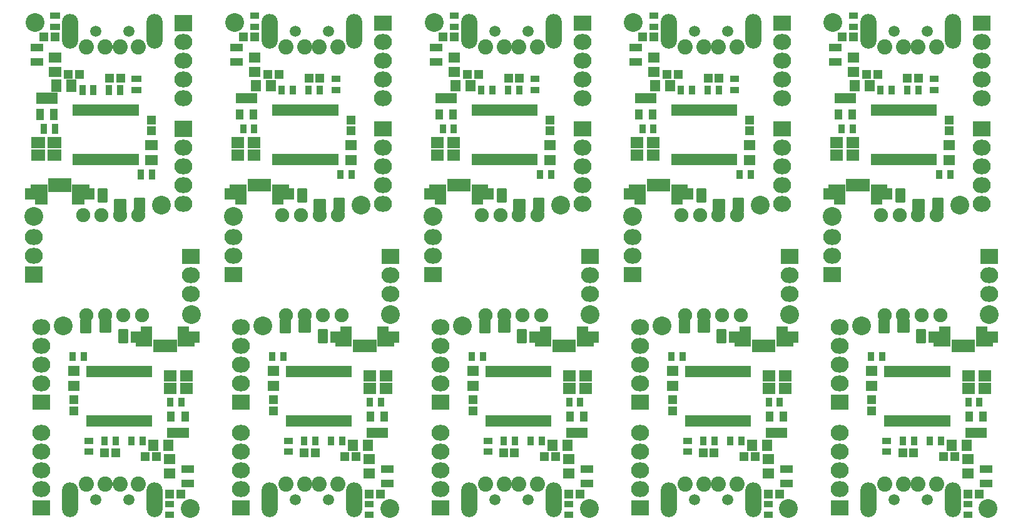
<source format=gts>
%MOIN*%
%OFA0B0*%
%FSLAX46Y46*%
%IPPOS*%
%LPD*%
%AMREC230*
4,1,3,
0.022637795275590546,0.023622047244094491,
-0.022637795275590556,0.023622047244094484,
-0.022637795275590546,-0.023622047244094491,
0.022637795275590556,-0.023622047244094484,
0*%
%AMREC240*
4,1,3,
0.04787401574803149,0.041874015748031512,
-0.047874015748031504,0.041874015748031491,
-0.04787401574803149,-0.041874015748031512,
0.047874015748031504,-0.041874015748031491,
0*%
%AMREC250*
4,1,3,
0.017716535433070866,0.025590551181102365,
-0.017716535433070869,0.025590551181102365,
-0.017716535433070866,-0.025590551181102365,
0.017716535433070869,-0.025590551181102365,
0*%
%AMREC260*
4,1,3,
0.025590551181102365,0.017716535433070869,
-0.025590551181102365,0.017716535433070866,
-0.025590551181102365,-0.017716535433070869,
0.025590551181102365,-0.017716535433070866,
0*%
%AMREC270*
4,1,3,
0.020669291338582675,0.028740157480314967,
-0.020669291338582682,0.028740157480314957,
-0.020669291338582675,-0.028740157480314967,
0.020669291338582682,-0.028740157480314957,
0*%
%AMREC280*
4,1,3,
0.013779527559055114,0.035433070866141732,
-0.013779527559055123,0.035433070866141732,
-0.013779527559055114,-0.035433070866141732,
0.013779527559055123,-0.035433070866141732,
0*%
%AMREC290*
4,1,3,
0.032480314960629919,0.053149606299212608,
-0.032480314960629926,0.053149606299212608,
-0.032480314960629919,-0.053149606299212608,
0.032480314960629926,-0.053149606299212608,
0*%
%AMREC300*
4,1,3,
0.021653543307086614,0.03937007874015748,
-0.021653543307086621,0.03937007874015748,
-0.021653543307086614,-0.03937007874015748,
0.021653543307086621,-0.03937007874015748,
0*%
%AMREC310*
4,1,3,
0.021653543307086614,0.029527559055118117,
-0.021653543307086621,0.029527559055118106,
-0.021653543307086614,-0.029527559055118117,
0.021653543307086621,-0.029527559055118106,
0*%
%AMREC320*
4,1,3,
0.013874015748031493,0.030374015748031495,
-0.013874015748031501,0.030374015748031495,
-0.013874015748031493,-0.030374015748031495,
0.013874015748031501,-0.030374015748031495,
0*%
%AMREC330*
4,1,3,
0.032480314960629919,0.027559055118110239,
-0.032480314960629926,0.027559055118110232,
-0.032480314960629919,-0.027559055118110239,
0.032480314960629926,-0.027559055118110232,
0*%
%AMREC340*
4,1,3,
0.027559055118110232,0.032480314960629926,
-0.027559055118110239,0.032480314960629919,
-0.027559055118110232,-0.032480314960629926,
0.027559055118110239,-0.032480314960629919,
0*%
%AMREC350*
4,1,3,
0.023622047244094484,0.022637795275590556,
-0.023622047244094491,0.022637795275590546,
-0.023622047244094484,-0.022637795275590556,
0.023622047244094491,-0.022637795275590546,
0*%
%AMREC360*
4,1,3,
0.033464566929133854,0.021653543307086621,
-0.033464566929133861,0.021653543307086614,
-0.033464566929133854,-0.021653543307086621,
0.033464566929133861,-0.021653543307086614,
0*%
%AMREC370*
4,1,3,
0.035433070866141732,0.031496062992125991,
-0.035433070866141739,0.031496062992125984,
-0.035433070866141732,-0.031496062992125991,
0.035433070866141739,-0.031496062992125984,
0*%
%ADD10C,0.1*%
%ADD11R,0.0452755905511811X0.047244094488188976*%
%ADD12R,0.095748031496063X0.083748031496063011*%
%ADD13O,0.095748031496063X0.083748031496063011*%
%ADD14R,0.035433070866141732X0.051181102362204731*%
%ADD15R,0.051181102362204731X0.035433070866141732*%
%ADD16R,0.041338582677165357X0.05748031496062992*%
%ADD17R,0.027559055118110236X0.070866141732283464*%
%ADD18R,0.064960629921259838X0.10629921259842522*%
%ADD19R,0.043307086614173235X0.07874015748031496*%
%ADD20R,0.043307086614173235X0.059055118110236227*%
%ADD21C,0.08070866141732283*%
%ADD22C,0.059055118110236227*%
%ADD23O,0.086614173228346469X0.18503937007874016*%
%ADD24R,0.027748031496062992X0.06074803149606299*%
%ADD25R,0.064960629921259838X0.055118110236220472*%
%ADD26R,0.055118110236220472X0.064960629921259838*%
%ADD27R,0.047244094488188976X0.0452755905511811*%
%ADD28R,0.066929133858267723X0.043307086614173235*%
%ADD29R,0.070866141732283464X0.062992125984251982*%
%ADD30C,0.074803149606299218*%
%ADD31C,0.01*%
%ADD42C,0.1*%
%ADD43R,0.0452755905511811X0.047244094488188976*%
%ADD44R,0.095748031496063X0.083748031496063011*%
%ADD45O,0.095748031496063X0.083748031496063011*%
%ADD46R,0.035433070866141732X0.051181102362204731*%
%ADD47R,0.051181102362204731X0.035433070866141732*%
%ADD48R,0.041338582677165357X0.05748031496062992*%
%ADD49R,0.027559055118110236X0.070866141732283464*%
%ADD50R,0.064960629921259838X0.10629921259842522*%
%ADD51R,0.043307086614173235X0.07874015748031496*%
%ADD52R,0.043307086614173235X0.059055118110236227*%
%ADD53C,0.08070866141732283*%
%ADD54C,0.059055118110236227*%
%ADD55O,0.086614173228346469X0.18503937007874016*%
%ADD56R,0.027748031496062992X0.06074803149606299*%
%ADD57R,0.064960629921259838X0.055118110236220472*%
%ADD58R,0.055118110236220472X0.064960629921259838*%
%ADD59R,0.047244094488188976X0.0452755905511811*%
%ADD60R,0.066929133858267723X0.043307086614173235*%
%ADD61R,0.070866141732283464X0.062992125984251982*%
%ADD62C,0.074803149606299218*%
%ADD63C,0.01*%
%ADD64C,0.1*%
%ADD65R,0.0452755905511811X0.047244094488188976*%
%ADD66R,0.095748031496063X0.083748031496063011*%
%ADD67O,0.095748031496063X0.083748031496063011*%
%ADD68R,0.035433070866141732X0.051181102362204731*%
%ADD69R,0.051181102362204731X0.035433070866141732*%
%ADD70R,0.041338582677165357X0.05748031496062992*%
%ADD71R,0.027559055118110236X0.070866141732283464*%
%ADD72R,0.064960629921259838X0.10629921259842522*%
%ADD73R,0.043307086614173235X0.07874015748031496*%
%ADD74R,0.043307086614173235X0.059055118110236227*%
%ADD75C,0.08070866141732283*%
%ADD76C,0.059055118110236227*%
%ADD77O,0.086614173228346469X0.18503937007874016*%
%ADD78R,0.027748031496062992X0.06074803149606299*%
%ADD79R,0.064960629921259838X0.055118110236220472*%
%ADD80R,0.055118110236220472X0.064960629921259838*%
%ADD81R,0.047244094488188976X0.0452755905511811*%
%ADD82R,0.066929133858267723X0.043307086614173235*%
%ADD83R,0.070866141732283464X0.062992125984251982*%
%ADD84C,0.074803149606299218*%
%ADD85C,0.01*%
%ADD86C,0.1*%
%AMCOMP74*
4,1,3,
0.022637795275590546,0.023622047244094491,
-0.022637795275590556,0.023622047244094484,
-0.022637795275590546,-0.023622047244094491,
0.022637795275590556,-0.023622047244094484,
0*%
%ADD87COMP74*%
%AMCOMP75*
4,1,3,
0.04787401574803149,0.041874015748031512,
-0.047874015748031504,0.041874015748031491,
-0.04787401574803149,-0.041874015748031512,
0.047874015748031504,-0.041874015748031491,
0*%
%ADD88COMP75*%
%ADD89O,0.095748031496063X0.083748031496063011*%
%AMCOMP76*
4,1,3,
0.017716535433070866,0.025590551181102365,
-0.017716535433070869,0.025590551181102365,
-0.017716535433070866,-0.025590551181102365,
0.017716535433070869,-0.025590551181102365,
0*%
%ADD90COMP76*%
%AMCOMP77*
4,1,3,
0.025590551181102365,0.017716535433070869,
-0.025590551181102365,0.017716535433070866,
-0.025590551181102365,-0.017716535433070869,
0.025590551181102365,-0.017716535433070866,
0*%
%ADD91COMP77*%
%AMCOMP78*
4,1,3,
0.020669291338582675,0.028740157480314967,
-0.020669291338582682,0.028740157480314957,
-0.020669291338582675,-0.028740157480314967,
0.020669291338582682,-0.028740157480314957,
0*%
%ADD92COMP78*%
%AMCOMP79*
4,1,3,
0.013779527559055114,0.035433070866141732,
-0.013779527559055123,0.035433070866141732,
-0.013779527559055114,-0.035433070866141732,
0.013779527559055123,-0.035433070866141732,
0*%
%ADD93COMP79*%
%AMCOMP80*
4,1,3,
0.032480314960629919,0.053149606299212608,
-0.032480314960629926,0.053149606299212608,
-0.032480314960629919,-0.053149606299212608,
0.032480314960629926,-0.053149606299212608,
0*%
%ADD94COMP80*%
%AMCOMP81*
4,1,3,
0.021653543307086614,0.03937007874015748,
-0.021653543307086621,0.03937007874015748,
-0.021653543307086614,-0.03937007874015748,
0.021653543307086621,-0.03937007874015748,
0*%
%ADD95COMP81*%
%AMCOMP82*
4,1,3,
0.021653543307086614,0.029527559055118117,
-0.021653543307086621,0.029527559055118106,
-0.021653543307086614,-0.029527559055118117,
0.021653543307086621,-0.029527559055118106,
0*%
%ADD96COMP82*%
%ADD97C,0.08070866141732283*%
%ADD98C,0.059055118110236227*%
%ADD99O,0.086614173228346469X0.18503937007874016*%
%AMCOMP83*
4,1,3,
0.013874015748031493,0.030374015748031495,
-0.013874015748031501,0.030374015748031495,
-0.013874015748031493,-0.030374015748031495,
0.013874015748031501,-0.030374015748031495,
0*%
%ADD100COMP83*%
%AMCOMP84*
4,1,3,
0.032480314960629919,0.027559055118110239,
-0.032480314960629926,0.027559055118110232,
-0.032480314960629919,-0.027559055118110239,
0.032480314960629926,-0.027559055118110232,
0*%
%ADD101COMP84*%
%AMCOMP85*
4,1,3,
0.027559055118110232,0.032480314960629926,
-0.027559055118110239,0.032480314960629919,
-0.027559055118110232,-0.032480314960629926,
0.027559055118110239,-0.032480314960629919,
0*%
%ADD102COMP85*%
%AMCOMP86*
4,1,3,
0.023622047244094484,0.022637795275590556,
-0.023622047244094491,0.022637795275590546,
-0.023622047244094484,-0.022637795275590556,
0.023622047244094491,-0.022637795275590546,
0*%
%ADD103COMP86*%
%AMCOMP87*
4,1,3,
0.033464566929133854,0.021653543307086621,
-0.033464566929133861,0.021653543307086614,
-0.033464566929133854,-0.021653543307086621,
0.033464566929133861,-0.021653543307086614,
0*%
%ADD104COMP87*%
%AMCOMP88*
4,1,3,
0.035433070866141732,0.031496062992125991,
-0.035433070866141739,0.031496062992125984,
-0.035433070866141732,-0.031496062992125991,
0.035433070866141739,-0.031496062992125984,
0*%
%ADD105COMP88*%
%ADD106C,0.074803149606299218*%
%ADD107C,0.01*%
%ADD108C,0.1*%
%ADD109R,0.0452755905511811X0.047244094488188976*%
%ADD110R,0.095748031496063X0.083748031496063011*%
%ADD111O,0.095748031496063X0.083748031496063011*%
%ADD112R,0.035433070866141732X0.051181102362204731*%
%ADD113R,0.051181102362204731X0.035433070866141732*%
%ADD114R,0.041338582677165357X0.05748031496062992*%
%ADD115R,0.027559055118110236X0.070866141732283464*%
%ADD116R,0.064960629921259838X0.10629921259842522*%
%ADD117R,0.043307086614173235X0.07874015748031496*%
%ADD118R,0.043307086614173235X0.059055118110236227*%
%ADD119C,0.08070866141732283*%
%ADD120C,0.059055118110236227*%
%ADD121O,0.086614173228346469X0.18503937007874016*%
%ADD122R,0.027748031496062992X0.06074803149606299*%
%ADD123R,0.064960629921259838X0.055118110236220472*%
%ADD124R,0.055118110236220472X0.064960629921259838*%
%ADD125R,0.047244094488188976X0.0452755905511811*%
%ADD126R,0.066929133858267723X0.043307086614173235*%
%ADD127R,0.070866141732283464X0.062992125984251982*%
%ADD128C,0.074803149606299218*%
%ADD129C,0.01*%
%ADD130C,0.1*%
%ADD131R,0.0452755905511811X0.047244094488188976*%
%ADD132R,0.095748031496063X0.083748031496063011*%
%ADD133O,0.095748031496063X0.083748031496063011*%
%ADD134R,0.035433070866141732X0.051181102362204731*%
%ADD135R,0.051181102362204731X0.035433070866141732*%
%ADD136R,0.041338582677165357X0.05748031496062992*%
%ADD137R,0.027559055118110236X0.070866141732283464*%
%ADD138R,0.064960629921259838X0.10629921259842522*%
%ADD139R,0.043307086614173235X0.07874015748031496*%
%ADD140R,0.043307086614173235X0.059055118110236227*%
%ADD141C,0.08070866141732283*%
%ADD142C,0.059055118110236227*%
%ADD143O,0.086614173228346469X0.18503937007874016*%
%ADD144R,0.027748031496062992X0.06074803149606299*%
%ADD145R,0.064960629921259838X0.055118110236220472*%
%ADD146R,0.055118110236220472X0.064960629921259838*%
%ADD147R,0.047244094488188976X0.0452755905511811*%
%ADD148R,0.066929133858267723X0.043307086614173235*%
%ADD149R,0.070866141732283464X0.062992125984251982*%
%ADD150C,0.074803149606299218*%
%ADD151C,0.01*%
%ADD152C,0.1*%
%ADD153R,0.0452755905511811X0.047244094488188976*%
%ADD154R,0.095748031496063X0.083748031496063011*%
%ADD155O,0.095748031496063X0.083748031496063011*%
%ADD156R,0.035433070866141732X0.051181102362204731*%
%ADD157R,0.051181102362204731X0.035433070866141732*%
%ADD158R,0.041338582677165357X0.05748031496062992*%
%ADD159R,0.027559055118110236X0.070866141732283464*%
%ADD160R,0.064960629921259838X0.10629921259842522*%
%ADD161R,0.043307086614173235X0.07874015748031496*%
%ADD162R,0.043307086614173235X0.059055118110236227*%
%ADD163C,0.08070866141732283*%
%ADD164C,0.059055118110236227*%
%ADD165O,0.086614173228346469X0.18503937007874016*%
%ADD166R,0.027748031496062992X0.06074803149606299*%
%ADD167R,0.064960629921259838X0.055118110236220472*%
%ADD168R,0.055118110236220472X0.064960629921259838*%
%ADD169R,0.047244094488188976X0.0452755905511811*%
%ADD170R,0.066929133858267723X0.043307086614173235*%
%ADD171R,0.070866141732283464X0.062992125984251982*%
%ADD172C,0.074803149606299218*%
%ADD173C,0.01*%
%ADD174C,0.1*%
%ADD175R,0.0452755905511811X0.047244094488188976*%
%ADD176R,0.095748031496063X0.083748031496063011*%
%ADD177O,0.095748031496063X0.083748031496063011*%
%ADD178R,0.035433070866141732X0.051181102362204731*%
%ADD179R,0.051181102362204731X0.035433070866141732*%
%ADD180R,0.041338582677165357X0.05748031496062992*%
%ADD181R,0.027559055118110236X0.070866141732283464*%
%ADD182R,0.064960629921259838X0.10629921259842522*%
%ADD183R,0.043307086614173235X0.07874015748031496*%
%ADD184R,0.043307086614173235X0.059055118110236227*%
%ADD185C,0.08070866141732283*%
%ADD186C,0.059055118110236227*%
%ADD187O,0.086614173228346469X0.18503937007874016*%
%ADD188R,0.027748031496062992X0.06074803149606299*%
%ADD189R,0.064960629921259838X0.055118110236220472*%
%ADD190R,0.055118110236220472X0.064960629921259838*%
%ADD191R,0.047244094488188976X0.0452755905511811*%
%ADD192R,0.066929133858267723X0.043307086614173235*%
%ADD193R,0.070866141732283464X0.062992125984251982*%
%ADD194C,0.074803149606299218*%
%ADD195C,0.01*%
%ADD196C,0.1*%
%ADD197R,0.0452755905511811X0.047244094488188976*%
%ADD198R,0.095748031496063X0.083748031496063011*%
%ADD199O,0.095748031496063X0.083748031496063011*%
%ADD200R,0.035433070866141732X0.051181102362204731*%
%ADD201R,0.051181102362204731X0.035433070866141732*%
%ADD202R,0.041338582677165357X0.05748031496062992*%
%ADD203R,0.027559055118110236X0.070866141732283464*%
%ADD204R,0.064960629921259838X0.10629921259842522*%
%ADD205R,0.043307086614173235X0.07874015748031496*%
%ADD206R,0.043307086614173235X0.059055118110236227*%
%ADD207C,0.08070866141732283*%
%ADD208C,0.059055118110236227*%
%ADD209O,0.086614173228346469X0.18503937007874016*%
%ADD210R,0.027748031496062992X0.06074803149606299*%
%ADD211R,0.064960629921259838X0.055118110236220472*%
%ADD212R,0.055118110236220472X0.064960629921259838*%
%ADD213R,0.047244094488188976X0.0452755905511811*%
%ADD214R,0.066929133858267723X0.043307086614173235*%
%ADD215R,0.070866141732283464X0.062992125984251982*%
%ADD216C,0.074803149606299218*%
%ADD217C,0.01*%
%ADD218C,0.1*%
%ADD219R,0.0452755905511811X0.047244094488188976*%
%ADD220R,0.095748031496063X0.083748031496063011*%
%ADD221O,0.095748031496063X0.083748031496063011*%
%ADD222R,0.035433070866141732X0.051181102362204731*%
%ADD223R,0.051181102362204731X0.035433070866141732*%
%ADD224R,0.041338582677165357X0.05748031496062992*%
%ADD225R,0.027559055118110236X0.070866141732283464*%
%ADD226R,0.064960629921259838X0.10629921259842522*%
%ADD227R,0.043307086614173235X0.07874015748031496*%
%ADD228R,0.043307086614173235X0.059055118110236227*%
%ADD229C,0.08070866141732283*%
%ADD230C,0.059055118110236227*%
%ADD231O,0.086614173228346469X0.18503937007874016*%
%ADD232R,0.027748031496062992X0.06074803149606299*%
%ADD233R,0.064960629921259838X0.055118110236220472*%
%ADD234R,0.055118110236220472X0.064960629921259838*%
%ADD235R,0.047244094488188976X0.0452755905511811*%
%ADD236R,0.066929133858267723X0.043307086614173235*%
%ADD237R,0.070866141732283464X0.062992125984251982*%
%ADD238C,0.074803149606299218*%
%ADD239C,0.01*%
G01G01*
D10*
X0000787401Y0000374015D02*
X0001206795Y0001371157D03*
D11*
X0000580929Y0000858060D03*
X0000580929Y0000917115D03*
D10*
X0000526086Y0001313677D03*
D12*
X0001205220Y0001681000D03*
D13*
X0001205220Y0001580999D03*
X0001205220Y0001481000D03*
D14*
X0001094590Y0000904622D03*
X0001153645Y0000904622D03*
X0000576401Y0001147587D03*
X0000635456Y0001147587D03*
D15*
X0000660929Y0000640560D03*
X0000660929Y0000699615D03*
D14*
X0000805456Y0000700087D03*
X0000746401Y0000700087D03*
X0000888901Y0000700087D03*
X0000947956Y0000700087D03*
D16*
X0001098527Y0000743204D03*
X0001135929Y0000743204D03*
X0001173330Y0000743204D03*
X0001173330Y0000829818D03*
X0001098527Y0000829818D03*
D17*
X0001117188Y0001205803D03*
X0001097503Y0001205803D03*
X0001077818Y0001205803D03*
X0001058133Y0001205803D03*
X0001038448Y0001205803D03*
X0001018763Y0001205803D03*
D18*
X0000969551Y0001255015D03*
D19*
X0000931165Y0001241236D03*
D20*
X0000903606Y0001251078D03*
D18*
X0001166401Y0001255015D03*
D19*
X0001204787Y0001241236D03*
D20*
X0001232346Y0001251078D03*
D12*
X0000409551Y0000906196D03*
D13*
X0000409551Y0001006196D03*
X0000409551Y0001106196D03*
X0000409551Y0001206196D03*
X0000409551Y0001306196D03*
D12*
X0000409551Y0000343598D03*
D13*
X0000409551Y0000443598D03*
X0000409551Y0000543598D03*
X0000409551Y0000643598D03*
X0000409551Y0000743598D03*
D21*
X0000826874Y0000467614D03*
X0000925299Y0000467614D03*
X0000748133Y0000467614D03*
X0000649708Y0000467614D03*
D22*
X0000876086Y0000384937D03*
X0000698921Y0000384937D03*
D23*
X0000563094Y0000384937D03*
X0001011913Y0000384937D03*
D24*
X0000985929Y0001067587D03*
X0000960929Y0001067587D03*
X0000935929Y0001067587D03*
X0000910929Y0001067587D03*
X0000885929Y0001067587D03*
X0000860929Y0001067587D03*
X0000835929Y0001067587D03*
X0000810929Y0001067587D03*
X0000785929Y0001067587D03*
X0000760929Y0001067587D03*
X0000735929Y0001067587D03*
X0000710929Y0001067587D03*
X0000685929Y0001067587D03*
X0000660929Y0001067587D03*
X0000660929Y0000805087D03*
X0000685929Y0000805087D03*
X0000710929Y0000805087D03*
X0000735929Y0000805087D03*
X0000760929Y0000805087D03*
X0000785929Y0000805087D03*
X0000810929Y0000805087D03*
X0000835929Y0000805087D03*
X0000860929Y0000805087D03*
X0000885929Y0000805087D03*
X0000910929Y0000805087D03*
X0000935929Y0000805087D03*
X0000960929Y0000805087D03*
X0000985929Y0000805087D03*
D10*
X0001200889Y0000337692D03*
D25*
X0001093015Y0000524307D03*
X0001093015Y0000603047D03*
X0000580929Y0000993217D03*
X0000580929Y0001071957D03*
D26*
X0001006401Y0000675881D03*
X0001085141Y0000675881D03*
D27*
X0001022149Y0000616826D03*
X0000963094Y0000616826D03*
D28*
X0001189078Y0000473125D03*
X0001189078Y0000547929D03*
D27*
X0000803645Y0000634543D03*
X0000744590Y0000634543D03*
X0001152070Y0000416039D03*
X0001093015Y0000416039D03*
D15*
X0001093015Y0000362889D03*
X0001093015Y0000303834D03*
D29*
X0001096401Y0000978086D03*
X0001183015Y0000978086D03*
X0001183015Y0001045015D03*
X0001096401Y0001045015D03*
D30*
X0000944590Y0001367220D03*
X0000846165Y0001367220D03*
X0000747740Y0001367220D03*
X0000649314Y0001367220D03*
D31*
G36*
X0000775023Y0001283244D02*
X0000720062Y0001283244D01*
X0000720062Y0001344110D01*
X0000775023Y0001344110D01*
X0000775023Y0001283244D01*
X0000775023Y0001283244D01*
G37*
X0000775023Y0001283244D02*
X0000720062Y0001283244D01*
X0000720062Y0001344110D01*
X0000775023Y0001344110D01*
X0000775023Y0001283244D01*
G36*
X0000863606Y0001224188D02*
X0000820456Y0001224188D01*
X0000820456Y0001290960D01*
X0000863606Y0001290960D01*
X0000863606Y0001224188D01*
X0000863606Y0001224188D01*
G37*
X0000863606Y0001224188D02*
X0000820456Y0001224188D01*
X0000820456Y0001290960D01*
X0000863606Y0001290960D01*
X0000863606Y0001224188D01*
G36*
X0000668724Y0001277338D02*
X0000619669Y0001277338D01*
X0000619669Y0001344110D01*
X0000668724Y0001344110D01*
X0000668724Y0001277338D01*
X0000668724Y0001277338D01*
G37*
X0000668724Y0001277338D02*
X0000619669Y0001277338D01*
X0000619669Y0001344110D01*
X0000668724Y0001344110D01*
X0000668724Y0001277338D01*
G04 next file*
G04 Gerber Fmt 4.6, Leading zero omitted, Abs format (unit mm)*
G04 Created by KiCad (PCBNEW (5.0.0-rc2-dev-707-g2ed24a4)) date Friday, 18 May 2018 at 19:07:10*
G01G01*
G04 APERTURE LIST*
G04 APERTURE END LIST*
D42*
X0001850393Y0002893700D02*
X0001430999Y0001896559D03*
D43*
X0002056866Y0002409656D03*
X0002056866Y0002350601D03*
D42*
X0002111708Y0001954039D03*
D44*
X0001432574Y0001586716D03*
D45*
X0001432574Y0001686716D03*
X0001432574Y0001786716D03*
D46*
X0001543204Y0002363094D03*
X0001484149Y0002363094D03*
X0002061393Y0002120128D03*
X0002002338Y0002120128D03*
D47*
X0001976866Y0002627156D03*
X0001976866Y0002568101D03*
D46*
X0001832338Y0002567628D03*
X0001891393Y0002567628D03*
X0001748893Y0002567628D03*
X0001689838Y0002567628D03*
D48*
X0001539267Y0002524511D03*
X0001501866Y0002524511D03*
X0001464464Y0002524511D03*
X0001464464Y0002437897D03*
X0001539267Y0002437897D03*
D49*
X0001520606Y0002061913D03*
X0001540291Y0002061913D03*
X0001559976Y0002061913D03*
X0001579661Y0002061913D03*
X0001599346Y0002061913D03*
X0001619031Y0002061913D03*
D50*
X0001668244Y0002012700D03*
D51*
X0001706629Y0002026480D03*
D52*
X0001734188Y0002016637D03*
D50*
X0001471393Y0002012700D03*
D51*
X0001433007Y0002026480D03*
D52*
X0001405448Y0002016637D03*
D44*
X0002228244Y0002361519D03*
D45*
X0002228244Y0002261519D03*
X0002228244Y0002161519D03*
X0002228244Y0002061519D03*
X0002228244Y0001961519D03*
D44*
X0002228244Y0002924118D03*
D45*
X0002228244Y0002824118D03*
X0002228244Y0002724118D03*
X0002228244Y0002624118D03*
X0002228244Y0002524118D03*
D53*
X0001810921Y0002800102D03*
X0001712496Y0002800102D03*
X0001889661Y0002800102D03*
X0001988086Y0002800102D03*
D54*
X0001761708Y0002882779D03*
X0001938874Y0002882779D03*
D55*
X0002074700Y0002882779D03*
X0001625881Y0002882779D03*
D56*
X0001651866Y0002200128D03*
X0001676866Y0002200128D03*
X0001701866Y0002200128D03*
X0001726866Y0002200128D03*
X0001751866Y0002200128D03*
X0001776866Y0002200128D03*
X0001801866Y0002200128D03*
X0001826866Y0002200128D03*
X0001851866Y0002200128D03*
X0001876866Y0002200128D03*
X0001901866Y0002200128D03*
X0001926866Y0002200128D03*
X0001951866Y0002200128D03*
X0001976866Y0002200128D03*
X0001976866Y0002462628D03*
X0001951866Y0002462628D03*
X0001926866Y0002462628D03*
X0001901866Y0002462628D03*
X0001876866Y0002462628D03*
X0001851866Y0002462628D03*
X0001826866Y0002462628D03*
X0001801866Y0002462628D03*
X0001776866Y0002462628D03*
X0001751866Y0002462628D03*
X0001726866Y0002462628D03*
X0001701866Y0002462628D03*
X0001676866Y0002462628D03*
X0001651866Y0002462628D03*
D42*
X0001436905Y0002930023D03*
D57*
X0001544779Y0002743409D03*
X0001544779Y0002664669D03*
X0002056866Y0002274498D03*
X0002056866Y0002195758D03*
D58*
X0001631393Y0002591834D03*
X0001552653Y0002591834D03*
D59*
X0001615645Y0002650889D03*
X0001674700Y0002650889D03*
D60*
X0001448716Y0002794590D03*
X0001448716Y0002719787D03*
D59*
X0001834149Y0002633173D03*
X0001893204Y0002633173D03*
X0001485724Y0002851677D03*
X0001544779Y0002851677D03*
D47*
X0001544779Y0002904826D03*
X0001544779Y0002963881D03*
D61*
X0001541393Y0002289629D03*
X0001454779Y0002289629D03*
X0001454779Y0002222700D03*
X0001541393Y0002222700D03*
D62*
X0001693204Y0001900496D03*
X0001791629Y0001900496D03*
X0001890055Y0001900496D03*
X0001988480Y0001900496D03*
D63*
G36*
X0001862771Y0001984472D02*
X0001917732Y0001984472D01*
X0001917732Y0001923606D01*
X0001862771Y0001923606D01*
X0001862771Y0001984472D01*
X0001862771Y0001984472D01*
G37*
X0001862771Y0001984472D02*
X0001917732Y0001984472D01*
X0001917732Y0001923606D01*
X0001862771Y0001923606D01*
X0001862771Y0001984472D01*
G36*
X0001774188Y0002043527D02*
X0001817338Y0002043527D01*
X0001817338Y0001976755D01*
X0001774188Y0001976755D01*
X0001774188Y0002043527D01*
X0001774188Y0002043527D01*
G37*
X0001774188Y0002043527D02*
X0001817338Y0002043527D01*
X0001817338Y0001976755D01*
X0001774188Y0001976755D01*
X0001774188Y0002043527D01*
G36*
X0001969070Y0001990377D02*
X0002018125Y0001990377D01*
X0002018125Y0001923606D01*
X0001969070Y0001923606D01*
X0001969070Y0001990377D01*
X0001969070Y0001990377D01*
G37*
X0001969070Y0001990377D02*
X0002018125Y0001990377D01*
X0002018125Y0001923606D01*
X0001969070Y0001923606D01*
X0001969070Y0001990377D01*
G04 next file*
G04 Gerber Fmt 4.6, Leading zero omitted, Abs format (unit mm)*
G04 Created by KiCad (PCBNEW (5.0.0-rc2-dev-707-g2ed24a4)) date Friday, 18 May 2018 at 19:07:10*
G01G01*
G04 APERTURE LIST*
G04 APERTURE END LIST*
D64*
X0001850393Y0000374015D02*
X0002269787Y0001371157D03*
D65*
X0001643921Y0000858060D03*
X0001643921Y0000917115D03*
D64*
X0001589078Y0001313677D03*
D66*
X0002268212Y0001681000D03*
D67*
X0002268212Y0001580999D03*
X0002268212Y0001481000D03*
D68*
X0002157582Y0000904622D03*
X0002216637Y0000904622D03*
X0001639393Y0001147587D03*
X0001698448Y0001147587D03*
D69*
X0001723921Y0000640560D03*
X0001723921Y0000699615D03*
D68*
X0001868448Y0000700087D03*
X0001809393Y0000700087D03*
X0001951893Y0000700087D03*
X0002010948Y0000700087D03*
D70*
X0002161519Y0000743204D03*
X0002198921Y0000743204D03*
X0002236322Y0000743204D03*
X0002236322Y0000829818D03*
X0002161519Y0000829818D03*
D71*
X0002180181Y0001205803D03*
X0002160496Y0001205803D03*
X0002140810Y0001205803D03*
X0002121125Y0001205803D03*
X0002101440Y0001205803D03*
X0002081755Y0001205803D03*
D72*
X0002032543Y0001255015D03*
D73*
X0001994157Y0001241236D03*
D74*
X0001966598Y0001251078D03*
D72*
X0002229393Y0001255015D03*
D73*
X0002267779Y0001241236D03*
D74*
X0002295338Y0001251078D03*
D66*
X0001472543Y0000906196D03*
D67*
X0001472543Y0001006196D03*
X0001472543Y0001106196D03*
X0001472543Y0001206196D03*
X0001472543Y0001306196D03*
D66*
X0001472543Y0000343598D03*
D67*
X0001472543Y0000443598D03*
X0001472543Y0000543598D03*
X0001472543Y0000643598D03*
X0001472543Y0000743598D03*
D75*
X0001889866Y0000467614D03*
X0001988291Y0000467614D03*
X0001811125Y0000467614D03*
X0001712700Y0000467614D03*
D76*
X0001939078Y0000384937D03*
X0001761913Y0000384937D03*
D77*
X0001626086Y0000384937D03*
X0002074905Y0000384937D03*
D78*
X0002048921Y0001067587D03*
X0002023921Y0001067587D03*
X0001998921Y0001067587D03*
X0001973921Y0001067587D03*
X0001948921Y0001067587D03*
X0001923921Y0001067587D03*
X0001898921Y0001067587D03*
X0001873921Y0001067587D03*
X0001848921Y0001067587D03*
X0001823921Y0001067587D03*
X0001798921Y0001067587D03*
X0001773921Y0001067587D03*
X0001748921Y0001067587D03*
X0001723921Y0001067587D03*
X0001723921Y0000805087D03*
X0001748921Y0000805087D03*
X0001773921Y0000805087D03*
X0001798921Y0000805087D03*
X0001823921Y0000805087D03*
X0001848921Y0000805087D03*
X0001873921Y0000805087D03*
X0001898921Y0000805087D03*
X0001923921Y0000805087D03*
X0001948921Y0000805087D03*
X0001973921Y0000805087D03*
X0001998921Y0000805087D03*
X0002023921Y0000805087D03*
X0002048921Y0000805087D03*
D64*
X0002263881Y0000337692D03*
D79*
X0002156007Y0000524307D03*
X0002156007Y0000603047D03*
X0001643921Y0000993217D03*
X0001643921Y0001071957D03*
D80*
X0002069393Y0000675881D03*
X0002148133Y0000675881D03*
D81*
X0002085141Y0000616826D03*
X0002026086Y0000616826D03*
D82*
X0002252070Y0000473125D03*
X0002252070Y0000547929D03*
D81*
X0001866637Y0000634543D03*
X0001807582Y0000634543D03*
X0002215062Y0000416039D03*
X0002156007Y0000416039D03*
D69*
X0002156007Y0000362889D03*
X0002156007Y0000303834D03*
D83*
X0002159393Y0000978086D03*
X0002246007Y0000978086D03*
X0002246007Y0001045015D03*
X0002159393Y0001045015D03*
D84*
X0002007582Y0001367220D03*
X0001909157Y0001367220D03*
X0001810732Y0001367220D03*
X0001712307Y0001367220D03*
D85*
G36*
X0001838015Y0001283244D02*
X0001783055Y0001283244D01*
X0001783055Y0001344110D01*
X0001838015Y0001344110D01*
X0001838015Y0001283244D01*
X0001838015Y0001283244D01*
G37*
X0001838015Y0001283244D02*
X0001783055Y0001283244D01*
X0001783055Y0001344110D01*
X0001838015Y0001344110D01*
X0001838015Y0001283244D01*
G36*
X0001926598Y0001224188D02*
X0001883448Y0001224188D01*
X0001883448Y0001290960D01*
X0001926598Y0001290960D01*
X0001926598Y0001224188D01*
X0001926598Y0001224188D01*
G37*
X0001926598Y0001224188D02*
X0001883448Y0001224188D01*
X0001883448Y0001290960D01*
X0001926598Y0001290960D01*
X0001926598Y0001224188D01*
G36*
X0001731716Y0001277338D02*
X0001682661Y0001277338D01*
X0001682661Y0001344110D01*
X0001731716Y0001344110D01*
X0001731716Y0001277338D01*
X0001731716Y0001277338D01*
G37*
X0001731716Y0001277338D02*
X0001682661Y0001277338D01*
X0001682661Y0001344110D01*
X0001731716Y0001344110D01*
X0001731716Y0001277338D01*
G04 next file*
G04 Gerber Fmt 4.6, Leading zero omitted, Abs format (unit mm)*
G04 Created by KiCad (PCBNEW (5.0.0-rc2-dev-707-g2ed24a4)) date Friday, 18 May 2018 at 19:07:10*
G01G01*
G04 APERTURE LIST*
G04 APERTURE END LIST*
D86*
X0000787401Y0002893700D02*
X0000368007Y0001896559D03*
D87*
X0000993874Y0002409656D03*
X0000993874Y0002350601D03*
D86*
X0001048716Y0001954039D03*
D88*
X0000369582Y0001586716D03*
D89*
X0000369582Y0001686716D03*
X0000369582Y0001786716D03*
D90*
X0000480212Y0002363094D03*
X0000421157Y0002363094D03*
X0000998401Y0002120128D03*
X0000939346Y0002120128D03*
D91*
X0000913874Y0002627156D03*
X0000913874Y0002568101D03*
D90*
X0000769346Y0002567628D03*
X0000828401Y0002567628D03*
X0000685901Y0002567628D03*
X0000626846Y0002567628D03*
D92*
X0000476275Y0002524511D03*
X0000438874Y0002524511D03*
X0000401472Y0002524511D03*
X0000401472Y0002437897D03*
X0000476275Y0002437897D03*
D93*
X0000457614Y0002061913D03*
X0000477299Y0002061913D03*
X0000496984Y0002061913D03*
X0000516669Y0002061913D03*
X0000536354Y0002061913D03*
X0000556039Y0002061913D03*
D94*
X0000605251Y0002012700D03*
D95*
X0000643637Y0002026480D03*
D96*
X0000671196Y0002016637D03*
D94*
X0000408401Y0002012700D03*
D95*
X0000370015Y0002026480D03*
D96*
X0000342456Y0002016637D03*
D88*
X0001165251Y0002361519D03*
D89*
X0001165251Y0002261519D03*
X0001165251Y0002161519D03*
X0001165251Y0002061519D03*
X0001165251Y0001961519D03*
D88*
X0001165251Y0002924118D03*
D89*
X0001165251Y0002824118D03*
X0001165251Y0002724118D03*
X0001165251Y0002624118D03*
X0001165251Y0002524118D03*
D97*
X0000747929Y0002800102D03*
X0000649503Y0002800102D03*
X0000826669Y0002800102D03*
X0000925094Y0002800102D03*
D98*
X0000698716Y0002882779D03*
X0000875881Y0002882779D03*
D99*
X0001011708Y0002882779D03*
X0000562889Y0002882779D03*
D100*
X0000588874Y0002200128D03*
X0000613874Y0002200128D03*
X0000638874Y0002200128D03*
X0000663874Y0002200128D03*
X0000688874Y0002200128D03*
X0000713874Y0002200128D03*
X0000738874Y0002200128D03*
X0000763874Y0002200128D03*
X0000788874Y0002200128D03*
X0000813874Y0002200128D03*
X0000838874Y0002200128D03*
X0000863874Y0002200128D03*
X0000888874Y0002200128D03*
X0000913874Y0002200128D03*
X0000913874Y0002462628D03*
X0000888874Y0002462628D03*
X0000863874Y0002462628D03*
X0000838874Y0002462628D03*
X0000813874Y0002462628D03*
X0000788874Y0002462628D03*
X0000763874Y0002462628D03*
X0000738874Y0002462628D03*
X0000713874Y0002462628D03*
X0000688874Y0002462628D03*
X0000663874Y0002462628D03*
X0000638874Y0002462628D03*
X0000613874Y0002462628D03*
X0000588874Y0002462628D03*
D86*
X0000373913Y0002930023D03*
D101*
X0000481787Y0002743409D03*
X0000481787Y0002664669D03*
X0000993874Y0002274498D03*
X0000993874Y0002195758D03*
D102*
X0000568401Y0002591834D03*
X0000489661Y0002591834D03*
D103*
X0000552653Y0002650889D03*
X0000611708Y0002650889D03*
D104*
X0000385724Y0002794590D03*
X0000385724Y0002719787D03*
D103*
X0000771157Y0002633173D03*
X0000830212Y0002633173D03*
X0000422732Y0002851677D03*
X0000481787Y0002851677D03*
D91*
X0000481787Y0002904826D03*
X0000481787Y0002963881D03*
D105*
X0000478401Y0002289629D03*
X0000391787Y0002289629D03*
X0000391787Y0002222700D03*
X0000478401Y0002222700D03*
D106*
X0000630212Y0001900496D03*
X0000728637Y0001900496D03*
X0000827062Y0001900496D03*
X0000925488Y0001900496D03*
D107*
G36*
X0000799779Y0001984472D02*
X0000854740Y0001984472D01*
X0000854740Y0001923606D01*
X0000799779Y0001923606D01*
X0000799779Y0001984472D01*
X0000799779Y0001984472D01*
G37*
X0000799779Y0001984472D02*
X0000854740Y0001984472D01*
X0000854740Y0001923606D01*
X0000799779Y0001923606D01*
X0000799779Y0001984472D01*
G36*
X0000711196Y0002043527D02*
X0000754346Y0002043527D01*
X0000754346Y0001976755D01*
X0000711196Y0001976755D01*
X0000711196Y0002043527D01*
X0000711196Y0002043527D01*
G37*
X0000711196Y0002043527D02*
X0000754346Y0002043527D01*
X0000754346Y0001976755D01*
X0000711196Y0001976755D01*
X0000711196Y0002043527D01*
G36*
X0000906078Y0001990377D02*
X0000955133Y0001990377D01*
X0000955133Y0001923606D01*
X0000906078Y0001923606D01*
X0000906078Y0001990377D01*
X0000906078Y0001990377D01*
G37*
X0000906078Y0001990377D02*
X0000955133Y0001990377D01*
X0000955133Y0001923606D01*
X0000906078Y0001923606D01*
X0000906078Y0001990377D01*
G04 next file*
G04 Gerber Fmt 4.6, Leading zero omitted, Abs format (unit mm)*
G04 Created by KiCad (PCBNEW (5.0.0-rc2-dev-707-g2ed24a4)) date Friday, 18 May 2018 at 19:07:10*
G01G01*
G04 APERTURE LIST*
G04 APERTURE END LIST*
D108*
X0002913385Y0002893700D02*
X0002493992Y0001896559D03*
D109*
X0003119858Y0002409656D03*
X0003119858Y0002350601D03*
D108*
X0003174700Y0001954039D03*
D110*
X0002495566Y0001586716D03*
D111*
X0002495566Y0001686716D03*
X0002495566Y0001786716D03*
D112*
X0002606196Y0002363094D03*
X0002547141Y0002363094D03*
X0003124385Y0002120128D03*
X0003065330Y0002120128D03*
D113*
X0003039858Y0002627156D03*
X0003039858Y0002568101D03*
D112*
X0002895330Y0002567628D03*
X0002954385Y0002567628D03*
X0002811885Y0002567628D03*
X0002752830Y0002567628D03*
D114*
X0002602259Y0002524511D03*
X0002564858Y0002524511D03*
X0002527456Y0002524511D03*
X0002527456Y0002437897D03*
X0002602259Y0002437897D03*
D115*
X0002583598Y0002061913D03*
X0002603283Y0002061913D03*
X0002622968Y0002061913D03*
X0002642653Y0002061913D03*
X0002662338Y0002061913D03*
X0002682023Y0002061913D03*
D116*
X0002731236Y0002012700D03*
D117*
X0002769622Y0002026480D03*
D118*
X0002797181Y0002016637D03*
D116*
X0002534385Y0002012700D03*
D117*
X0002495999Y0002026480D03*
D118*
X0002468440Y0002016637D03*
D110*
X0003291236Y0002361519D03*
D111*
X0003291236Y0002261519D03*
X0003291236Y0002161519D03*
X0003291236Y0002061519D03*
X0003291236Y0001961519D03*
D110*
X0003291236Y0002924118D03*
D111*
X0003291236Y0002824118D03*
X0003291236Y0002724118D03*
X0003291236Y0002624118D03*
X0003291236Y0002524118D03*
D119*
X0002873913Y0002800102D03*
X0002775488Y0002800102D03*
X0002952653Y0002800102D03*
X0003051078Y0002800102D03*
D120*
X0002824700Y0002882779D03*
X0003001866Y0002882779D03*
D121*
X0003137692Y0002882779D03*
X0002688874Y0002882779D03*
D122*
X0002714858Y0002200128D03*
X0002739858Y0002200128D03*
X0002764858Y0002200128D03*
X0002789858Y0002200128D03*
X0002814858Y0002200128D03*
X0002839858Y0002200128D03*
X0002864858Y0002200128D03*
X0002889858Y0002200128D03*
X0002914858Y0002200128D03*
X0002939858Y0002200128D03*
X0002964858Y0002200128D03*
X0002989858Y0002200128D03*
X0003014858Y0002200128D03*
X0003039858Y0002200128D03*
X0003039858Y0002462628D03*
X0003014858Y0002462628D03*
X0002989858Y0002462628D03*
X0002964858Y0002462628D03*
X0002939858Y0002462628D03*
X0002914858Y0002462628D03*
X0002889858Y0002462628D03*
X0002864858Y0002462628D03*
X0002839858Y0002462628D03*
X0002814858Y0002462628D03*
X0002789858Y0002462628D03*
X0002764858Y0002462628D03*
X0002739858Y0002462628D03*
X0002714858Y0002462628D03*
D108*
X0002499897Y0002930023D03*
D123*
X0002607771Y0002743409D03*
X0002607771Y0002664669D03*
X0003119858Y0002274498D03*
X0003119858Y0002195758D03*
D124*
X0002694385Y0002591834D03*
X0002615645Y0002591834D03*
D125*
X0002678637Y0002650889D03*
X0002737692Y0002650889D03*
D126*
X0002511708Y0002794590D03*
X0002511708Y0002719787D03*
D125*
X0002897141Y0002633173D03*
X0002956196Y0002633173D03*
X0002548716Y0002851677D03*
X0002607771Y0002851677D03*
D113*
X0002607771Y0002904826D03*
X0002607771Y0002963881D03*
D127*
X0002604385Y0002289629D03*
X0002517771Y0002289629D03*
X0002517771Y0002222700D03*
X0002604385Y0002222700D03*
D128*
X0002756196Y0001900496D03*
X0002854622Y0001900496D03*
X0002953047Y0001900496D03*
X0003051472Y0001900496D03*
D129*
G36*
X0002925763Y0001984472D02*
X0002980724Y0001984472D01*
X0002980724Y0001923606D01*
X0002925763Y0001923606D01*
X0002925763Y0001984472D01*
X0002925763Y0001984472D01*
G37*
X0002925763Y0001984472D02*
X0002980724Y0001984472D01*
X0002980724Y0001923606D01*
X0002925763Y0001923606D01*
X0002925763Y0001984472D01*
G36*
X0002837181Y0002043527D02*
X0002880330Y0002043527D01*
X0002880330Y0001976755D01*
X0002837181Y0001976755D01*
X0002837181Y0002043527D01*
X0002837181Y0002043527D01*
G37*
X0002837181Y0002043527D02*
X0002880330Y0002043527D01*
X0002880330Y0001976755D01*
X0002837181Y0001976755D01*
X0002837181Y0002043527D01*
G36*
X0003032062Y0001990377D02*
X0003081118Y0001990377D01*
X0003081118Y0001923606D01*
X0003032062Y0001923606D01*
X0003032062Y0001990377D01*
X0003032062Y0001990377D01*
G37*
X0003032062Y0001990377D02*
X0003081118Y0001990377D01*
X0003081118Y0001923606D01*
X0003032062Y0001923606D01*
X0003032062Y0001990377D01*
G04 next file*
G04 Gerber Fmt 4.6, Leading zero omitted, Abs format (unit mm)*
G04 Created by KiCad (PCBNEW (5.0.0-rc2-dev-707-g2ed24a4)) date Friday, 18 May 2018 at 19:07:10*
G01G01*
G04 APERTURE LIST*
G04 APERTURE END LIST*
D130*
X0002913385Y0000374015D02*
X0003332779Y0001371157D03*
D131*
X0002706913Y0000858060D03*
X0002706913Y0000917115D03*
D130*
X0002652070Y0001313677D03*
D132*
X0003331204Y0001681000D03*
D133*
X0003331204Y0001580999D03*
X0003331204Y0001481000D03*
D134*
X0003220574Y0000904622D03*
X0003279629Y0000904622D03*
X0002702385Y0001147587D03*
X0002761440Y0001147587D03*
D135*
X0002786913Y0000640560D03*
X0002786913Y0000699615D03*
D134*
X0002931440Y0000700087D03*
X0002872385Y0000700087D03*
X0003014885Y0000700087D03*
X0003073940Y0000700087D03*
D136*
X0003224511Y0000743204D03*
X0003261913Y0000743204D03*
X0003299314Y0000743204D03*
X0003299314Y0000829818D03*
X0003224511Y0000829818D03*
D137*
X0003243173Y0001205803D03*
X0003223488Y0001205803D03*
X0003203803Y0001205803D03*
X0003184118Y0001205803D03*
X0003164433Y0001205803D03*
X0003144748Y0001205803D03*
D138*
X0003095535Y0001255015D03*
D139*
X0003057149Y0001241236D03*
D140*
X0003029590Y0001251078D03*
D138*
X0003292385Y0001255015D03*
D139*
X0003330771Y0001241236D03*
D140*
X0003358330Y0001251078D03*
D132*
X0002535535Y0000906196D03*
D133*
X0002535535Y0001006196D03*
X0002535535Y0001106196D03*
X0002535535Y0001206196D03*
X0002535535Y0001306196D03*
D132*
X0002535535Y0000343598D03*
D133*
X0002535535Y0000443598D03*
X0002535535Y0000543598D03*
X0002535535Y0000643598D03*
X0002535535Y0000743598D03*
D141*
X0002952858Y0000467614D03*
X0003051283Y0000467614D03*
X0002874118Y0000467614D03*
X0002775692Y0000467614D03*
D142*
X0003002070Y0000384937D03*
X0002824905Y0000384937D03*
D143*
X0002689078Y0000384937D03*
X0003137897Y0000384937D03*
D144*
X0003111913Y0001067587D03*
X0003086913Y0001067587D03*
X0003061913Y0001067587D03*
X0003036913Y0001067587D03*
X0003011913Y0001067587D03*
X0002986913Y0001067587D03*
X0002961913Y0001067587D03*
X0002936913Y0001067587D03*
X0002911913Y0001067587D03*
X0002886913Y0001067587D03*
X0002861913Y0001067587D03*
X0002836913Y0001067587D03*
X0002811913Y0001067587D03*
X0002786913Y0001067587D03*
X0002786913Y0000805087D03*
X0002811913Y0000805087D03*
X0002836913Y0000805087D03*
X0002861913Y0000805087D03*
X0002886913Y0000805087D03*
X0002911913Y0000805087D03*
X0002936913Y0000805087D03*
X0002961913Y0000805087D03*
X0002986913Y0000805087D03*
X0003011913Y0000805087D03*
X0003036913Y0000805087D03*
X0003061913Y0000805087D03*
X0003086913Y0000805087D03*
X0003111913Y0000805087D03*
D130*
X0003326874Y0000337692D03*
D145*
X0003219000Y0000524307D03*
X0003219000Y0000603047D03*
X0002706913Y0000993217D03*
X0002706913Y0001071957D03*
D146*
X0003132385Y0000675881D03*
X0003211125Y0000675881D03*
D147*
X0003148133Y0000616826D03*
X0003089078Y0000616826D03*
D148*
X0003315062Y0000473125D03*
X0003315062Y0000547929D03*
D147*
X0002929629Y0000634543D03*
X0002870574Y0000634543D03*
X0003278055Y0000416039D03*
X0003219000Y0000416039D03*
D135*
X0003219000Y0000362889D03*
X0003219000Y0000303834D03*
D149*
X0003222385Y0000978086D03*
X0003308999Y0000978086D03*
X0003308999Y0001045015D03*
X0003222385Y0001045015D03*
D150*
X0003070574Y0001367220D03*
X0002972149Y0001367220D03*
X0002873724Y0001367220D03*
X0002775299Y0001367220D03*
D151*
G36*
X0002901007Y0001283244D02*
X0002846047Y0001283244D01*
X0002846047Y0001344110D01*
X0002901007Y0001344110D01*
X0002901007Y0001283244D01*
X0002901007Y0001283244D01*
G37*
X0002901007Y0001283244D02*
X0002846047Y0001283244D01*
X0002846047Y0001344110D01*
X0002901007Y0001344110D01*
X0002901007Y0001283244D01*
G36*
X0002989590Y0001224188D02*
X0002946440Y0001224188D01*
X0002946440Y0001290960D01*
X0002989590Y0001290960D01*
X0002989590Y0001224188D01*
X0002989590Y0001224188D01*
G37*
X0002989590Y0001224188D02*
X0002946440Y0001224188D01*
X0002946440Y0001290960D01*
X0002989590Y0001290960D01*
X0002989590Y0001224188D01*
G36*
X0002794708Y0001277338D02*
X0002745653Y0001277338D01*
X0002745653Y0001344110D01*
X0002794708Y0001344110D01*
X0002794708Y0001277338D01*
X0002794708Y0001277338D01*
G37*
X0002794708Y0001277338D02*
X0002745653Y0001277338D01*
X0002745653Y0001344110D01*
X0002794708Y0001344110D01*
X0002794708Y0001277338D01*
G04 next file*
G04 Gerber Fmt 4.6, Leading zero omitted, Abs format (unit mm)*
G04 Created by KiCad (PCBNEW (5.0.0-rc2-dev-707-g2ed24a4)) date Friday, 18 May 2018 at 19:07:10*
G01G01*
G04 APERTURE LIST*
G04 APERTURE END LIST*
D152*
X0003976377Y0000374015D02*
X0004395771Y0001371157D03*
D153*
X0003769905Y0000858060D03*
X0003769905Y0000917115D03*
D152*
X0003715062Y0001313677D03*
D154*
X0004394196Y0001681000D03*
D155*
X0004394196Y0001580999D03*
X0004394196Y0001481000D03*
D156*
X0004283566Y0000904622D03*
X0004342622Y0000904622D03*
X0003765377Y0001147587D03*
X0003824432Y0001147587D03*
D157*
X0003849905Y0000640560D03*
X0003849905Y0000699615D03*
D156*
X0003994432Y0000700087D03*
X0003935377Y0000700087D03*
X0004077877Y0000700087D03*
X0004136932Y0000700087D03*
D158*
X0004287503Y0000743204D03*
X0004324905Y0000743204D03*
X0004362307Y0000743204D03*
X0004362307Y0000829818D03*
X0004287503Y0000829818D03*
D159*
X0004306165Y0001205803D03*
X0004286480Y0001205803D03*
X0004266795Y0001205803D03*
X0004247110Y0001205803D03*
X0004227425Y0001205803D03*
X0004207740Y0001205803D03*
D160*
X0004158527Y0001255015D03*
D161*
X0004120141Y0001241236D03*
D162*
X0004092582Y0001251078D03*
D160*
X0004355377Y0001255015D03*
D161*
X0004393763Y0001241236D03*
D162*
X0004421322Y0001251078D03*
D154*
X0003598527Y0000906196D03*
D155*
X0003598527Y0001006196D03*
X0003598527Y0001106196D03*
X0003598527Y0001206196D03*
X0003598527Y0001306196D03*
D154*
X0003598527Y0000343598D03*
D155*
X0003598527Y0000443598D03*
X0003598527Y0000543598D03*
X0003598527Y0000643598D03*
X0003598527Y0000743598D03*
D163*
X0004015850Y0000467614D03*
X0004114275Y0000467614D03*
X0003937110Y0000467614D03*
X0003838685Y0000467614D03*
D164*
X0004065062Y0000384937D03*
X0003887897Y0000384937D03*
D165*
X0003752070Y0000384937D03*
X0004200889Y0000384937D03*
D166*
X0004174905Y0001067587D03*
X0004149905Y0001067587D03*
X0004124905Y0001067587D03*
X0004099905Y0001067587D03*
X0004074905Y0001067587D03*
X0004049905Y0001067587D03*
X0004024905Y0001067587D03*
X0003999905Y0001067587D03*
X0003974905Y0001067587D03*
X0003949905Y0001067587D03*
X0003924905Y0001067587D03*
X0003899905Y0001067587D03*
X0003874905Y0001067587D03*
X0003849905Y0001067587D03*
X0003849905Y0000805087D03*
X0003874905Y0000805087D03*
X0003899905Y0000805087D03*
X0003924905Y0000805087D03*
X0003949905Y0000805087D03*
X0003974905Y0000805087D03*
X0003999905Y0000805087D03*
X0004024905Y0000805087D03*
X0004049905Y0000805087D03*
X0004074905Y0000805087D03*
X0004099905Y0000805087D03*
X0004124905Y0000805087D03*
X0004149905Y0000805087D03*
X0004174905Y0000805087D03*
D152*
X0004389866Y0000337692D03*
D167*
X0004281992Y0000524307D03*
X0004281992Y0000603047D03*
X0003769905Y0000993217D03*
X0003769905Y0001071957D03*
D168*
X0004195377Y0000675881D03*
X0004274118Y0000675881D03*
D169*
X0004211125Y0000616826D03*
X0004152070Y0000616826D03*
D170*
X0004378055Y0000473125D03*
X0004378055Y0000547929D03*
D169*
X0003992622Y0000634543D03*
X0003933566Y0000634543D03*
X0004341047Y0000416039D03*
X0004281992Y0000416039D03*
D157*
X0004281992Y0000362889D03*
X0004281992Y0000303834D03*
D171*
X0004285377Y0000978086D03*
X0004371992Y0000978086D03*
X0004371992Y0001045015D03*
X0004285377Y0001045015D03*
D172*
X0004133566Y0001367220D03*
X0004035141Y0001367220D03*
X0003936716Y0001367220D03*
X0003838291Y0001367220D03*
D173*
G36*
X0003964000Y0001283244D02*
X0003909039Y0001283244D01*
X0003909039Y0001344110D01*
X0003964000Y0001344110D01*
X0003964000Y0001283244D01*
X0003964000Y0001283244D01*
G37*
X0003964000Y0001283244D02*
X0003909039Y0001283244D01*
X0003909039Y0001344110D01*
X0003964000Y0001344110D01*
X0003964000Y0001283244D01*
G36*
X0004052582Y0001224188D02*
X0004009433Y0001224188D01*
X0004009433Y0001290960D01*
X0004052582Y0001290960D01*
X0004052582Y0001224188D01*
X0004052582Y0001224188D01*
G37*
X0004052582Y0001224188D02*
X0004009433Y0001224188D01*
X0004009433Y0001290960D01*
X0004052582Y0001290960D01*
X0004052582Y0001224188D01*
G36*
X0003857700Y0001277338D02*
X0003808645Y0001277338D01*
X0003808645Y0001344110D01*
X0003857700Y0001344110D01*
X0003857700Y0001277338D01*
X0003857700Y0001277338D01*
G37*
X0003857700Y0001277338D02*
X0003808645Y0001277338D01*
X0003808645Y0001344110D01*
X0003857700Y0001344110D01*
X0003857700Y0001277338D01*
G04 next file*
G04 Gerber Fmt 4.6, Leading zero omitted, Abs format (unit mm)*
G04 Created by KiCad (PCBNEW (5.0.0-rc2-dev-707-g2ed24a4)) date Friday, 18 May 2018 at 19:07:10*
G01G01*
G04 APERTURE LIST*
G04 APERTURE END LIST*
D174*
X0003976377Y0002893700D02*
X0003556984Y0001896559D03*
D175*
X0004182850Y0002409656D03*
X0004182850Y0002350601D03*
D174*
X0004237692Y0001954039D03*
D176*
X0003558559Y0001586716D03*
D177*
X0003558559Y0001686716D03*
X0003558559Y0001786716D03*
D178*
X0003669188Y0002363094D03*
X0003610133Y0002363094D03*
X0004187378Y0002120128D03*
X0004128322Y0002120128D03*
D179*
X0004102850Y0002627156D03*
X0004102850Y0002568101D03*
D178*
X0003958322Y0002567628D03*
X0004017378Y0002567628D03*
X0003874878Y0002567628D03*
X0003815822Y0002567628D03*
D180*
X0003665251Y0002524511D03*
X0003627850Y0002524511D03*
X0003590448Y0002524511D03*
X0003590448Y0002437897D03*
X0003665251Y0002437897D03*
D181*
X0003646590Y0002061913D03*
X0003666275Y0002061913D03*
X0003685960Y0002061913D03*
X0003705645Y0002061913D03*
X0003725330Y0002061913D03*
X0003745015Y0002061913D03*
D182*
X0003794228Y0002012700D03*
D183*
X0003832614Y0002026480D03*
D184*
X0003860173Y0002016637D03*
D182*
X0003597377Y0002012700D03*
D183*
X0003558992Y0002026480D03*
D184*
X0003531433Y0002016637D03*
D176*
X0004354228Y0002361519D03*
D177*
X0004354228Y0002261519D03*
X0004354228Y0002161519D03*
X0004354228Y0002061519D03*
X0004354228Y0001961519D03*
D176*
X0004354228Y0002924118D03*
D177*
X0004354228Y0002824118D03*
X0004354228Y0002724118D03*
X0004354228Y0002624118D03*
X0004354228Y0002524118D03*
D185*
X0003936905Y0002800102D03*
X0003838480Y0002800102D03*
X0004015645Y0002800102D03*
X0004114070Y0002800102D03*
D186*
X0003887692Y0002882779D03*
X0004064858Y0002882779D03*
D187*
X0004200685Y0002882779D03*
X0003751866Y0002882779D03*
D188*
X0003777850Y0002200128D03*
X0003802850Y0002200128D03*
X0003827850Y0002200128D03*
X0003852850Y0002200128D03*
X0003877850Y0002200128D03*
X0003902850Y0002200128D03*
X0003927850Y0002200128D03*
X0003952850Y0002200128D03*
X0003977850Y0002200128D03*
X0004002850Y0002200128D03*
X0004027850Y0002200128D03*
X0004052850Y0002200128D03*
X0004077850Y0002200128D03*
X0004102850Y0002200128D03*
X0004102850Y0002462628D03*
X0004077850Y0002462628D03*
X0004052850Y0002462628D03*
X0004027850Y0002462628D03*
X0004002850Y0002462628D03*
X0003977850Y0002462628D03*
X0003952850Y0002462628D03*
X0003927850Y0002462628D03*
X0003902850Y0002462628D03*
X0003877850Y0002462628D03*
X0003852850Y0002462628D03*
X0003827850Y0002462628D03*
X0003802850Y0002462628D03*
X0003777850Y0002462628D03*
D174*
X0003562889Y0002930023D03*
D189*
X0003670763Y0002743409D03*
X0003670763Y0002664669D03*
X0004182850Y0002274498D03*
X0004182850Y0002195758D03*
D190*
X0003757377Y0002591834D03*
X0003678637Y0002591834D03*
D191*
X0003741629Y0002650889D03*
X0003800685Y0002650889D03*
D192*
X0003574700Y0002794590D03*
X0003574700Y0002719787D03*
D191*
X0003960133Y0002633173D03*
X0004019188Y0002633173D03*
X0003611708Y0002851677D03*
X0003670763Y0002851677D03*
D179*
X0003670763Y0002904826D03*
X0003670763Y0002963881D03*
D193*
X0003667377Y0002289629D03*
X0003580763Y0002289629D03*
X0003580763Y0002222700D03*
X0003667377Y0002222700D03*
D194*
X0003819188Y0001900496D03*
X0003917614Y0001900496D03*
X0004016039Y0001900496D03*
X0004114464Y0001900496D03*
D195*
G36*
X0003988755Y0001984472D02*
X0004043716Y0001984472D01*
X0004043716Y0001923606D01*
X0003988755Y0001923606D01*
X0003988755Y0001984472D01*
X0003988755Y0001984472D01*
G37*
X0003988755Y0001984472D02*
X0004043716Y0001984472D01*
X0004043716Y0001923606D01*
X0003988755Y0001923606D01*
X0003988755Y0001984472D01*
G36*
X0003900173Y0002043527D02*
X0003943322Y0002043527D01*
X0003943322Y0001976755D01*
X0003900173Y0001976755D01*
X0003900173Y0002043527D01*
X0003900173Y0002043527D01*
G37*
X0003900173Y0002043527D02*
X0003943322Y0002043527D01*
X0003943322Y0001976755D01*
X0003900173Y0001976755D01*
X0003900173Y0002043527D01*
G36*
X0004095055Y0001990377D02*
X0004144110Y0001990377D01*
X0004144110Y0001923606D01*
X0004095055Y0001923606D01*
X0004095055Y0001990377D01*
X0004095055Y0001990377D01*
G37*
X0004095055Y0001990377D02*
X0004144110Y0001990377D01*
X0004144110Y0001923606D01*
X0004095055Y0001923606D01*
X0004095055Y0001990377D01*
G04 next file*
G04 Gerber Fmt 4.6, Leading zero omitted, Abs format (unit mm)*
G04 Created by KiCad (PCBNEW (5.0.0-rc2-dev-707-g2ed24a4)) date Friday, 18 May 2018 at 19:07:10*
G01G01*
G04 APERTURE LIST*
G04 APERTURE END LIST*
D196*
X0005039370Y0000374015D02*
X0005458763Y0001371157D03*
D197*
X0004832897Y0000858060D03*
X0004832897Y0000917115D03*
D196*
X0004778055Y0001313677D03*
D198*
X0005457188Y0001681000D03*
D199*
X0005457188Y0001580999D03*
X0005457188Y0001481000D03*
D200*
X0005346559Y0000904622D03*
X0005405614Y0000904622D03*
X0004828370Y0001147587D03*
X0004887425Y0001147587D03*
D201*
X0004912897Y0000640560D03*
X0004912897Y0000699615D03*
D200*
X0005057425Y0000700087D03*
X0004998370Y0000700087D03*
X0005140870Y0000700087D03*
X0005199925Y0000700087D03*
D202*
X0005350496Y0000743204D03*
X0005387897Y0000743204D03*
X0005425299Y0000743204D03*
X0005425299Y0000829818D03*
X0005350496Y0000829818D03*
D203*
X0005369157Y0001205803D03*
X0005349472Y0001205803D03*
X0005329787Y0001205803D03*
X0005310102Y0001205803D03*
X0005290417Y0001205803D03*
X0005270732Y0001205803D03*
D204*
X0005221519Y0001255015D03*
D205*
X0005183133Y0001241236D03*
D206*
X0005155574Y0001251078D03*
D204*
X0005418370Y0001255015D03*
D205*
X0005456755Y0001241236D03*
D206*
X0005484314Y0001251078D03*
D198*
X0004661519Y0000906196D03*
D199*
X0004661519Y0001006196D03*
X0004661519Y0001106196D03*
X0004661519Y0001206196D03*
X0004661519Y0001306196D03*
D198*
X0004661519Y0000343598D03*
D199*
X0004661519Y0000443598D03*
X0004661519Y0000543598D03*
X0004661519Y0000643598D03*
X0004661519Y0000743598D03*
D207*
X0005078842Y0000467614D03*
X0005177267Y0000467614D03*
X0005000102Y0000467614D03*
X0004901677Y0000467614D03*
D208*
X0005128055Y0000384937D03*
X0004950889Y0000384937D03*
D209*
X0004815062Y0000384937D03*
X0005263881Y0000384937D03*
D210*
X0005237897Y0001067587D03*
X0005212897Y0001067587D03*
X0005187897Y0001067587D03*
X0005162897Y0001067587D03*
X0005137897Y0001067587D03*
X0005112897Y0001067587D03*
X0005087897Y0001067587D03*
X0005062897Y0001067587D03*
X0005037897Y0001067587D03*
X0005012897Y0001067587D03*
X0004987897Y0001067587D03*
X0004962897Y0001067587D03*
X0004937897Y0001067587D03*
X0004912897Y0001067587D03*
X0004912897Y0000805087D03*
X0004937897Y0000805087D03*
X0004962897Y0000805087D03*
X0004987897Y0000805087D03*
X0005012897Y0000805087D03*
X0005037897Y0000805087D03*
X0005062897Y0000805087D03*
X0005087897Y0000805087D03*
X0005112897Y0000805087D03*
X0005137897Y0000805087D03*
X0005162897Y0000805087D03*
X0005187897Y0000805087D03*
X0005212897Y0000805087D03*
X0005237897Y0000805087D03*
D196*
X0005452858Y0000337692D03*
D211*
X0005344984Y0000524307D03*
X0005344984Y0000603047D03*
X0004832897Y0000993217D03*
X0004832897Y0001071957D03*
D212*
X0005258370Y0000675881D03*
X0005337110Y0000675881D03*
D213*
X0005274118Y0000616826D03*
X0005215062Y0000616826D03*
D214*
X0005441047Y0000473125D03*
X0005441047Y0000547929D03*
D213*
X0005055614Y0000634543D03*
X0004996559Y0000634543D03*
X0005404039Y0000416039D03*
X0005344984Y0000416039D03*
D201*
X0005344984Y0000362889D03*
X0005344984Y0000303834D03*
D215*
X0005348370Y0000978086D03*
X0005434984Y0000978086D03*
X0005434984Y0001045015D03*
X0005348370Y0001045015D03*
D216*
X0005196559Y0001367220D03*
X0005098133Y0001367220D03*
X0004999708Y0001367220D03*
X0004901283Y0001367220D03*
D217*
G36*
X0005026992Y0001283244D02*
X0004972031Y0001283244D01*
X0004972031Y0001344110D01*
X0005026992Y0001344110D01*
X0005026992Y0001283244D01*
X0005026992Y0001283244D01*
G37*
X0005026992Y0001283244D02*
X0004972031Y0001283244D01*
X0004972031Y0001344110D01*
X0005026992Y0001344110D01*
X0005026992Y0001283244D01*
G36*
X0005115574Y0001224188D02*
X0005072425Y0001224188D01*
X0005072425Y0001290960D01*
X0005115574Y0001290960D01*
X0005115574Y0001224188D01*
X0005115574Y0001224188D01*
G37*
X0005115574Y0001224188D02*
X0005072425Y0001224188D01*
X0005072425Y0001290960D01*
X0005115574Y0001290960D01*
X0005115574Y0001224188D01*
G36*
X0004920692Y0001277338D02*
X0004871637Y0001277338D01*
X0004871637Y0001344110D01*
X0004920692Y0001344110D01*
X0004920692Y0001277338D01*
X0004920692Y0001277338D01*
G37*
X0004920692Y0001277338D02*
X0004871637Y0001277338D01*
X0004871637Y0001344110D01*
X0004920692Y0001344110D01*
X0004920692Y0001277338D01*
G04 next file*
G04 Gerber Fmt 4.6, Leading zero omitted, Abs format (unit mm)*
G04 Created by KiCad (PCBNEW (5.0.0-rc2-dev-707-g2ed24a4)) date Friday, 18 May 2018 at 19:07:10*
G01G01*
G04 APERTURE LIST*
G04 APERTURE END LIST*
D218*
X0005039370Y0002893700D02*
X0004619976Y0001896559D03*
D219*
X0005245842Y0002409656D03*
X0005245842Y0002350601D03*
D218*
X0005300685Y0001954039D03*
D220*
X0004621551Y0001586716D03*
D221*
X0004621551Y0001686716D03*
X0004621551Y0001786716D03*
D222*
X0004732181Y0002363094D03*
X0004673125Y0002363094D03*
X0005250370Y0002120128D03*
X0005191315Y0002120128D03*
D223*
X0005165842Y0002627156D03*
X0005165842Y0002568101D03*
D222*
X0005021315Y0002567628D03*
X0005080370Y0002567628D03*
X0004937870Y0002567628D03*
X0004878815Y0002567628D03*
D224*
X0004728244Y0002524511D03*
X0004690842Y0002524511D03*
X0004653440Y0002524511D03*
X0004653440Y0002437897D03*
X0004728244Y0002437897D03*
D225*
X0004709582Y0002061913D03*
X0004729267Y0002061913D03*
X0004748952Y0002061913D03*
X0004768637Y0002061913D03*
X0004788322Y0002061913D03*
X0004808007Y0002061913D03*
D226*
X0004857220Y0002012700D03*
D227*
X0004895606Y0002026480D03*
D228*
X0004923165Y0002016637D03*
D226*
X0004660370Y0002012700D03*
D227*
X0004621984Y0002026480D03*
D228*
X0004594425Y0002016637D03*
D220*
X0005417220Y0002361519D03*
D221*
X0005417220Y0002261519D03*
X0005417220Y0002161519D03*
X0005417220Y0002061519D03*
X0005417220Y0001961519D03*
D220*
X0005417220Y0002924118D03*
D221*
X0005417220Y0002824118D03*
X0005417220Y0002724118D03*
X0005417220Y0002624118D03*
X0005417220Y0002524118D03*
D229*
X0004999897Y0002800102D03*
X0004901472Y0002800102D03*
X0005078637Y0002800102D03*
X0005177062Y0002800102D03*
D230*
X0004950685Y0002882779D03*
X0005127850Y0002882779D03*
D231*
X0005263677Y0002882779D03*
X0004814858Y0002882779D03*
D232*
X0004840842Y0002200128D03*
X0004865842Y0002200128D03*
X0004890842Y0002200128D03*
X0004915842Y0002200128D03*
X0004940842Y0002200128D03*
X0004965842Y0002200128D03*
X0004990842Y0002200128D03*
X0005015842Y0002200128D03*
X0005040842Y0002200128D03*
X0005065842Y0002200128D03*
X0005090842Y0002200128D03*
X0005115842Y0002200128D03*
X0005140842Y0002200128D03*
X0005165842Y0002200128D03*
X0005165842Y0002462628D03*
X0005140842Y0002462628D03*
X0005115842Y0002462628D03*
X0005090842Y0002462628D03*
X0005065842Y0002462628D03*
X0005040842Y0002462628D03*
X0005015842Y0002462628D03*
X0004990842Y0002462628D03*
X0004965842Y0002462628D03*
X0004940842Y0002462628D03*
X0004915842Y0002462628D03*
X0004890842Y0002462628D03*
X0004865842Y0002462628D03*
X0004840842Y0002462628D03*
D218*
X0004625881Y0002930023D03*
D233*
X0004733755Y0002743409D03*
X0004733755Y0002664669D03*
X0005245842Y0002274498D03*
X0005245842Y0002195758D03*
D234*
X0004820370Y0002591834D03*
X0004741629Y0002591834D03*
D235*
X0004804622Y0002650889D03*
X0004863677Y0002650889D03*
D236*
X0004637692Y0002794590D03*
X0004637692Y0002719787D03*
D235*
X0005023125Y0002633173D03*
X0005082181Y0002633173D03*
X0004674700Y0002851677D03*
X0004733755Y0002851677D03*
D223*
X0004733755Y0002904826D03*
X0004733755Y0002963881D03*
D237*
X0004730370Y0002289629D03*
X0004643755Y0002289629D03*
X0004643755Y0002222700D03*
X0004730370Y0002222700D03*
D238*
X0004882181Y0001900496D03*
X0004980606Y0001900496D03*
X0005079031Y0001900496D03*
X0005177456Y0001900496D03*
D239*
G36*
X0005051748Y0001984472D02*
X0005106708Y0001984472D01*
X0005106708Y0001923606D01*
X0005051748Y0001923606D01*
X0005051748Y0001984472D01*
X0005051748Y0001984472D01*
G37*
X0005051748Y0001984472D02*
X0005106708Y0001984472D01*
X0005106708Y0001923606D01*
X0005051748Y0001923606D01*
X0005051748Y0001984472D01*
G36*
X0004963165Y0002043527D02*
X0005006314Y0002043527D01*
X0005006314Y0001976755D01*
X0004963165Y0001976755D01*
X0004963165Y0002043527D01*
X0004963165Y0002043527D01*
G37*
X0004963165Y0002043527D02*
X0005006314Y0002043527D01*
X0005006314Y0001976755D01*
X0004963165Y0001976755D01*
X0004963165Y0002043527D01*
G36*
X0005158047Y0001990377D02*
X0005207102Y0001990377D01*
X0005207102Y0001923606D01*
X0005158047Y0001923606D01*
X0005158047Y0001990377D01*
X0005158047Y0001990377D01*
G37*
X0005158047Y0001990377D02*
X0005207102Y0001990377D01*
X0005207102Y0001923606D01*
X0005158047Y0001923606D01*
X0005158047Y0001990377D01*
M02*
</source>
